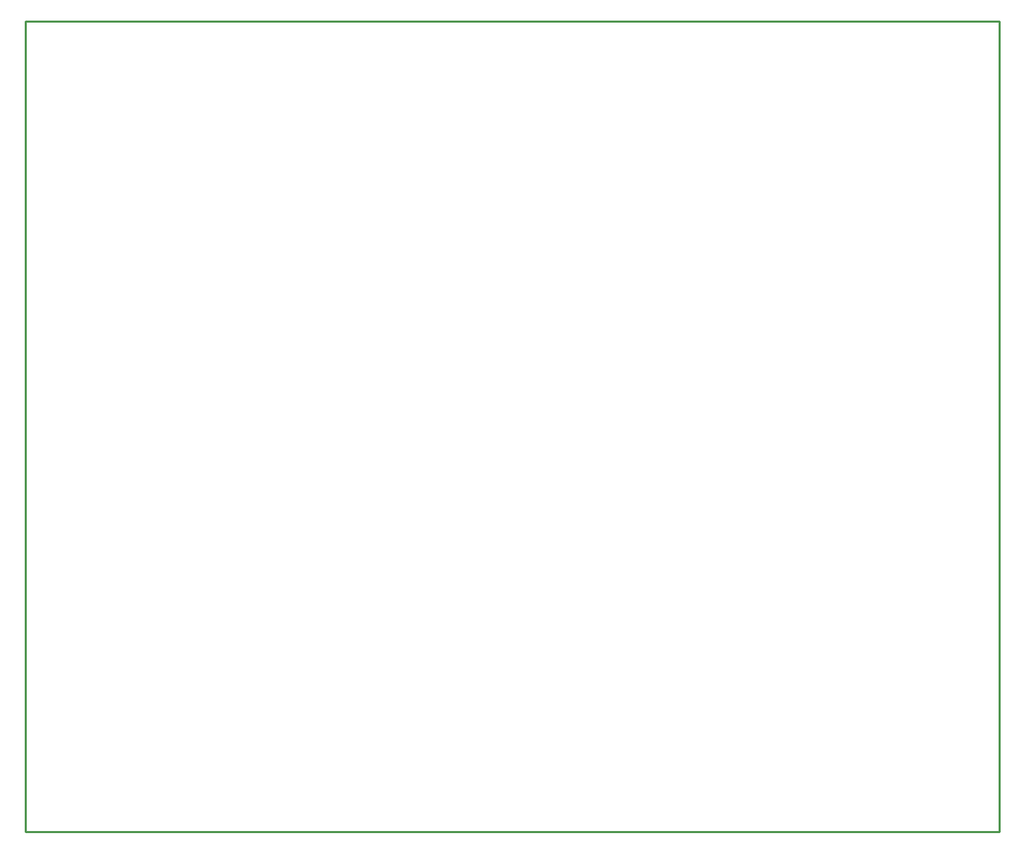
<source format=gko>
G04*
G04 #@! TF.GenerationSoftware,Altium Limited,Altium Designer,18.1.6 (161)*
G04*
G04 Layer_Color=16711935*
%FSTAX24Y24*%
%MOIN*%
G70*
G01*
G75*
%ADD18C,0.0111*%
D18*
Y03937D01*
Y0D02*
X000394D01*
X0Y03937D02*
X047244D01*
Y0D02*
Y03937D01*
X0Y0D02*
X047244D01*
M02*

</source>
